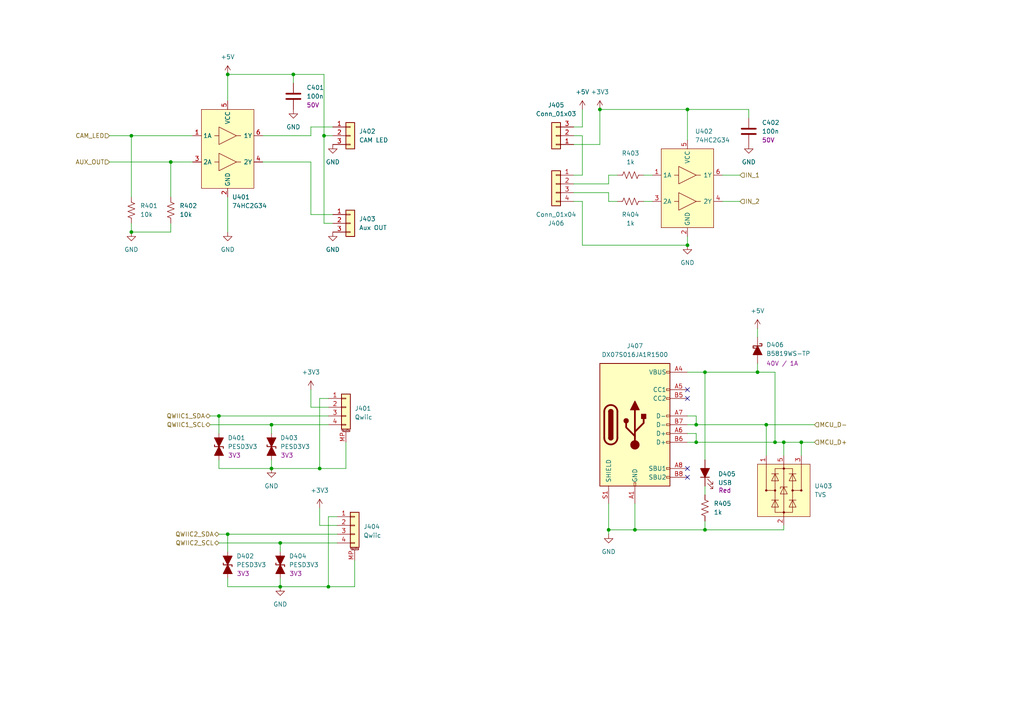
<source format=kicad_sch>
(kicad_sch (version 20230121) (generator eeschema)
  (paper "A4")
  (lib_symbols
    (symbol "Connector:USB_C_Receptacle_USB2.0" (pin_names (offset 1.016))
      (property "Reference" "J" (at -10.16 19.05 0))
      (property "Value" "USB_C_Receptacle_USB2.0" (at 19.05 19.05 0))
      (symbol "USB_C_Receptacle_USB2.0_0_0"
        (rectangle (start -0.254 -17.78) (end 0.254 -16.764))
        (rectangle (start 10.16 -14.986) (end 9.144 -15.494))
        (rectangle (start 10.16 -12.446) (end 9.144 -12.954))
        (rectangle (start 10.16 -4.826) (end 9.144 -5.334))
        (rectangle (start 10.16 -2.286) (end 9.144 -2.794))
        (rectangle (start 10.16 0.254) (end 9.144 -0.254))
        (rectangle (start 10.16 2.794) (end 9.144 2.286))
        (rectangle (start 10.16 7.874) (end 9.144 7.366))
        (rectangle (start 10.16 10.414) (end 9.144 9.906))
        (rectangle (start 10.16 15.494) (end 9.144 14.986))
      )
      (symbol "USB_C_Receptacle_USB2.0_0_1"
        (rectangle (start -10.16 17.78) (end 10.16 -17.78) (stroke (width 0.254)) (fill (type background)))
        (arc (start -8.89 -3.81) (mid -6.985 -5.7067) (end -5.08 -3.81) (stroke (width 0.508)))
        (arc (start -7.62 -3.81) (mid -6.985 -4.4423) (end -6.35 -3.81) (stroke (width 0.254)))
        (arc (start -7.62 -3.81) (mid -6.985 -4.4423) (end -6.35 -3.81) (stroke (width 0.254)) (fill (type outline)))
        (rectangle (start -7.62 -3.81) (end -6.35 3.81) (stroke (width 0.254)) (fill (type outline)))
        (arc (start -6.35 3.81) (mid -6.985 4.4423) (end -7.62 3.81) (stroke (width 0.254)))
        (arc (start -6.35 3.81) (mid -6.985 4.4423) (end -7.62 3.81) (stroke (width 0.254)) (fill (type outline)))
        (arc (start -5.08 3.81) (mid -6.985 5.7067) (end -8.89 3.81) (stroke (width 0.508)))
        (circle (center -2.54 1.143) (radius 0.635) (stroke (width 0.254)) (fill (type outline)))
        (circle (center 0 -5.842) (radius 1.27) (fill (type outline)))
        (polyline (pts (xy -8.89 -3.81) (xy -8.89 3.81)) (stroke (width 0.508)))
        (polyline (pts (xy -5.08 3.81) (xy -5.08 -3.81)) (stroke (width 0.508)))
        (polyline (pts (xy 0 -5.842) (xy 0 4.318)) (stroke (width 0.508)))
        (polyline (pts (xy 0 -3.302) (xy -2.54 -0.762) (xy -2.54 0.508)) (stroke (width 0.508)))
        (polyline (pts (xy 0 -2.032) (xy 2.54 0.508) (xy 2.54 1.778)) (stroke (width 0.508)))
        (polyline (pts (xy -1.27 4.318) (xy 0 6.858) (xy 1.27 4.318) (xy -1.27 4.318)) (stroke (width 0.254)) (fill (type outline)))
        (rectangle (start 1.905 1.778) (end 3.175 3.048) (stroke (width 0.254)) (fill (type outline)))
      )
      (symbol "USB_C_Receptacle_USB2.0_1_1"
        (pin passive line (at 0 -22.86 90) (length 5.08) (name "GND") (number "A1"))
        (pin passive line (at 0 -22.86 90) (length 5.08) hide (name "GND") (number "A12"))
        (pin passive line (at 15.24 15.24 180) (length 5.08) (name "VBUS") (number "A4"))
        (pin bidirectional line (at 15.24 10.16 180) (length 5.08) (name "CC1") (number "A5"))
        (pin bidirectional line (at 15.24 -2.54 180) (length 5.08) (name "D+") (number "A6"))
        (pin bidirectional line (at 15.24 2.54 180) (length 5.08) (name "D-") (number "A7"))
        (pin bidirectional line (at 15.24 -12.7 180) (length 5.08) (name "SBU1") (number "A8"))
        (pin passive line (at 15.24 15.24 180) (length 5.08) hide (name "VBUS") (number "A9"))
        (pin passive line (at 0 -22.86 90) (length 5.08) hide (name "GND") (number "B1"))
        (pin passive line (at 0 -22.86 90) (length 5.08) hide (name "GND") (number "B12"))
        (pin passive line (at 15.24 15.24 180) (length 5.08) hide (name "VBUS") (number "B4"))
        (pin bidirectional line (at 15.24 7.62 180) (length 5.08) (name "CC2") (number "B5"))
        (pin bidirectional line (at 15.24 -5.08 180) (length 5.08) (name "D+") (number "B6"))
        (pin bidirectional line (at 15.24 0 180) (length 5.08) (name "D-") (number "B7"))
        (pin bidirectional line (at 15.24 -15.24 180) (length 5.08) (name "SBU2") (number "B8"))
        (pin passive line (at 15.24 15.24 180) (length 5.08) hide (name "VBUS") (number "B9"))
        (pin passive line (at -7.62 -22.86 90) (length 5.08) (name "SHIELD") (number "S1"))
      )
    )
    (symbol "Connector_Generic:Conn_01x03" (pin_names (offset 1.016) hide)
      (property "Reference" "J" (at 0 5.08 0))
      (property "Value" "Conn_01x03" (at 0 -5.08 0))
      (symbol "Conn_01x03_1_1"
        (rectangle (start -1.27 -2.413) (end 0 -2.667) (stroke (width 0.1524)))
        (rectangle (start -1.27 0.127) (end 0 -0.127) (stroke (width 0.1524)))
        (rectangle (start -1.27 2.667) (end 0 2.413) (stroke (width 0.1524)))
        (rectangle (start -1.27 3.81) (end 1.27 -3.81) (stroke (width 0.254)) (fill (type background)))
        (pin passive line (at -5.08 2.54 0) (length 3.81) (name "Pin_1") (number "1"))
        (pin passive line (at -5.08 0 0) (length 3.81) (name "Pin_2") (number "2"))
        (pin passive line (at -5.08 -2.54 0) (length 3.81) (name "Pin_3") (number "3"))
      )
    )
    (symbol "Connector_Generic:Conn_01x04" (pin_names (offset 1.016) hide)
      (property "Reference" "J" (at 0 5.08 0))
      (property "Value" "Conn_01x04" (at 0 -7.62 0))
      (symbol "Conn_01x04_1_1"
        (rectangle (start -1.27 -4.953) (end 0 -5.207) (stroke (width 0.1524)))
        (rectangle (start -1.27 -2.413) (end 0 -2.667) (stroke (width 0.1524)))
        (rectangle (start -1.27 0.127) (end 0 -0.127) (stroke (width 0.1524)))
        (rectangle (start -1.27 2.667) (end 0 2.413) (stroke (width 0.1524)))
        (rectangle (start -1.27 3.81) (end 1.27 -6.35) (stroke (width 0.254)) (fill (type background)))
        (pin passive line (at -5.08 2.54 0) (length 3.81) (name "Pin_1") (number "1"))
        (pin passive line (at -5.08 0 0) (length 3.81) (name "Pin_2") (number "2"))
        (pin passive line (at -5.08 -2.54 0) (length 3.81) (name "Pin_3") (number "3"))
        (pin passive line (at -5.08 -5.08 0) (length 3.81) (name "Pin_4") (number "4"))
      )
    )
    (symbol "Connector_Generic_MountingPin:Conn_01x04_MountingPin" (pin_names (offset 1.016) hide)
      (property "Reference" "J" (at 0 5.08 0))
      (property "Value" "Conn_01x04_MountingPin" (at 1.27 -7.62 0))
      (symbol "Conn_01x04_MountingPin_1_1"
        (rectangle (start -1.27 -4.953) (end 0 -5.207) (stroke (width 0.1524)))
        (rectangle (start -1.27 -2.413) (end 0 -2.667) (stroke (width 0.1524)))
        (rectangle (start -1.27 0.127) (end 0 -0.127) (stroke (width 0.1524)))
        (rectangle (start -1.27 2.667) (end 0 2.413) (stroke (width 0.1524)))
        (rectangle (start -1.27 3.81) (end 1.27 -6.35) (stroke (width 0.254)) (fill (type background)))
        (polyline (pts (xy -1.016 -7.112) (xy 1.016 -7.112)) (stroke (width 0.1524)))
        (text "Mounting" (at 0 -6.731 0) (effects (font (size 0.381 0.381))))
        (pin passive line (at -5.08 2.54 0) (length 3.81) (name "Pin_1") (number "1"))
        (pin passive line (at -5.08 0 0) (length 3.81) (name "Pin_2") (number "2"))
        (pin passive line (at -5.08 -2.54 0) (length 3.81) (name "Pin_3") (number "3"))
        (pin passive line (at -5.08 -5.08 0) (length 3.81) (name "Pin_4") (number "4"))
        (pin passive line (at 0 -10.16 90) (length 3.048) (name "MountPin") (number "MP"))
      )
    )
    (symbol "Device:C" (pin_numbers hide) (pin_names (offset 0.254))
      (property "Reference" "C" (at 0.635 2.54 0))
      (property "Value" "C" (at 0.635 -2.54 0))
      (symbol "C_0_1"
        (polyline (pts (xy -2.032 -0.762) (xy 2.032 -0.762)) (stroke (width 0.508)))
        (polyline (pts (xy -2.032 0.762) (xy 2.032 0.762)) (stroke (width 0.508)))
      )
      (symbol "C_1_1"
        (pin passive line (at 0 3.81 270) (length 2.794) (name "~") (number "1"))
        (pin passive line (at 0 -3.81 90) (length 2.794) (name "~") (number "2"))
      )
    )
    (symbol "Device:D_Schottky_Filled" (pin_numbers hide) (pin_names (offset 1.016) hide)
      (property "Reference" "D" (at 0 2.54 0))
      (property "Value" "D_Schottky_Filled" (at 0 -2.54 0))
      (symbol "D_Schottky_Filled_0_1"
        (polyline (pts (xy 1.27 0) (xy -1.27 0)))
        (polyline (pts (xy 1.27 1.27) (xy 1.27 -1.27) (xy -1.27 0) (xy 1.27 1.27)) (stroke (width 0.254)) (fill (type outline)))
        (polyline (pts (xy -1.905 0.635) (xy -1.905 1.27) (xy -1.27 1.27) (xy -1.27 -1.27) (xy -0.635 -1.27) (xy -0.635 -0.635)) (stroke (width 0.254)))
      )
      (symbol "D_Schottky_Filled_1_1"
        (pin passive line (at -3.81 0 0) (length 2.54) (name "K") (number "1"))
        (pin passive line (at 3.81 0 180) (length 2.54) (name "A") (number "2"))
      )
    )
    (symbol "Device:D_TVS_Filled" (pin_numbers hide) (pin_names (offset 1.016) hide)
      (property "Reference" "D" (at 0 2.54 0))
      (property "Value" "D_TVS_Filled" (at 0 -2.54 0))
      (symbol "D_TVS_Filled_0_1"
        (polyline (pts (xy 1.27 0) (xy -1.27 0)))
        (polyline (pts (xy -2.54 -1.27) (xy 0 0) (xy -2.54 1.27) (xy -2.54 -1.27)) (stroke (width 0.254)) (fill (type outline)))
        (polyline (pts (xy 0.508 1.27) (xy 0 1.27) (xy 0 -1.27) (xy -0.508 -1.27)) (stroke (width 0.254)))
        (polyline (pts (xy 2.54 1.27) (xy 2.54 -1.27) (xy 0 0) (xy 2.54 1.27)) (stroke (width 0.254)) (fill (type outline)))
      )
      (symbol "D_TVS_Filled_1_1"
        (pin passive line (at -3.81 0 0) (length 2.54) (name "A1") (number "1"))
        (pin passive line (at 3.81 0 180) (length 2.54) (name "A2") (number "2"))
      )
    )
    (symbol "Device:LED_Filled" (pin_numbers hide) (pin_names (offset 1.016) hide)
      (property "Reference" "D" (at 0 2.54 0))
      (property "Value" "LED_Filled" (at 0 -2.54 0))
      (symbol "LED_Filled_0_1"
        (polyline (pts (xy -1.27 -1.27) (xy -1.27 1.27)) (stroke (width 0.254)))
        (polyline (pts (xy -1.27 0) (xy 1.27 0)))
        (polyline (pts (xy 1.27 -1.27) (xy 1.27 1.27) (xy -1.27 0) (xy 1.27 -1.27)) (stroke (width 0.254)) (fill (type outline)))
        (polyline (pts (xy -3.048 -0.762) (xy -4.572 -2.286) (xy -3.81 -2.286) (xy -4.572 -2.286) (xy -4.572 -1.524)))
        (polyline (pts (xy -1.778 -0.762) (xy -3.302 -2.286) (xy -2.54 -2.286) (xy -3.302 -2.286) (xy -3.302 -1.524)))
      )
      (symbol "LED_Filled_1_1"
        (pin passive line (at -3.81 0 0) (length 2.54) (name "K") (number "1"))
        (pin passive line (at 3.81 0 180) (length 2.54) (name "A") (number "2"))
      )
    )
    (symbol "Device:R_US" (pin_numbers hide) (pin_names (offset 0))
      (property "Reference" "R" (at 2.54 0 90))
      (property "Value" "R_US" (at -2.54 0 90))
      (symbol "R_US_0_1"
        (polyline (pts (xy 0 -2.286) (xy 0 -2.54)))
        (polyline (pts (xy 0 2.286) (xy 0 2.54)))
        (polyline (pts (xy 0 -0.762) (xy 1.016 -1.143) (xy 0 -1.524) (xy -1.016 -1.905) (xy 0 -2.286)))
        (polyline (pts (xy 0 0.762) (xy 1.016 0.381) (xy 0 0) (xy -1.016 -0.381) (xy 0 -0.762)))
        (polyline (pts (xy 0 2.286) (xy 1.016 1.905) (xy 0 1.524) (xy -1.016 1.143) (xy 0 0.762)))
      )
      (symbol "R_US_1_1"
        (pin passive line (at 0 3.81 270) (length 1.27) (name "~") (number "1"))
        (pin passive line (at 0 -3.81 90) (length 1.27) (name "~") (number "2"))
      )
    )
    (symbol "Droid:74HC2G34"
      (property "Reference" "U" (at 2.54 -12.7 0))
      (property "Value" "74HC2G34" (at 2.54 -15.24 0))
      (symbol "74HC2G34_0_0"
        (pin input line (at -10.16 3.81 0) (length 2.54) (name "1A") (number "1"))
        (pin power_in line (at 0 -13.97 90) (length 2.54) (name "GND") (number "2"))
        (pin input line (at -10.16 -3.81 0) (length 2.54) (name "2A") (number "3"))
        (pin output line (at 10.16 -3.81 180) (length 2.54) (name "2Y") (number "4"))
        (pin power_in line (at 0 13.97 270) (length 2.54) (name "VCC") (number "5"))
        (pin output line (at 10.16 3.81 180) (length 2.54) (name "1Y") (number "6"))
      )
      (symbol "74HC2G34_0_1"
        (rectangle (start -7.62 11.43) (end 7.62 -11.43) (fill (type background)))
        (polyline (pts (xy -2.54 -3.81) (xy -3.81 -3.81)))
        (polyline (pts (xy -2.54 3.81) (xy -3.81 3.81)))
        (polyline (pts (xy 2.54 -3.81) (xy 3.81 -3.81)))
        (polyline (pts (xy 2.54 3.81) (xy 3.81 3.81)))
        (polyline (pts (xy -2.54 -5.08) (xy -2.54 -1.27) (xy 2.54 -3.81) (xy -2.54 -6.35) (xy -2.54 -5.08)))
        (polyline (pts (xy -2.54 2.54) (xy -2.54 6.35) (xy 2.54 3.81) (xy -2.54 1.27) (xy -2.54 2.54)))
      )
    )
    (symbol "Droid:TVS" (pin_names hide)
      (property "Reference" "U" (at 8.89 1.27 0))
      (property "Value" "TVS" (at 8.89 -1.27 0))
      (symbol "TVS_0_1"
        (circle (center -5.08 0) (radius 0.254) (fill (type outline)))
        (circle (center -2.5303 -0.017) (radius 0.254) (fill (type outline)))
        (rectangle (start -2.5303 6.333) (end 2.5497 -6.367))
        (polyline (pts (xy -1.5143 -2.811) (xy -3.5463 -2.811)))
        (polyline (pts (xy -1.5143 4.809) (xy -3.5463 4.809)))
        (polyline (pts (xy 0 -7.62) (xy 0 -6.35)))
        (polyline (pts (xy 0 6.35) (xy 0 7.62)))
        (polyline (pts (xy 0.0097 -6.367) (xy 0.0097 1.253)))
        (polyline (pts (xy 0.0097 1.253) (xy 0.0097 6.333)))
        (polyline (pts (xy 1.5337 -2.811) (xy 3.5657 -2.811)))
        (polyline (pts (xy 1.5337 4.809) (xy 3.5657 4.809)))
        (polyline (pts (xy -2.54 0) (xy -5.08 0) (xy -5.08 7.62)))
        (polyline (pts (xy 2.54 0) (xy 5.08 0) (xy 5.08 7.62)))
        (polyline (pts (xy -3.5463 -4.843) (xy -1.5143 -4.843) (xy -2.5303 -2.811) (xy -3.5463 -4.843)))
        (polyline (pts (xy -3.5463 2.777) (xy -1.5143 2.777) (xy -2.5303 4.809) (xy -3.5463 2.777)))
        (polyline (pts (xy -1.0063 -1.033) (xy 1.0257 -1.033) (xy 0.0097 0.999) (xy -1.0063 -1.033)))
        (polyline (pts (xy 1.0257 0.999) (xy 0.7717 0.999) (xy -1.0063 0.999) (xy -1.0063 0.491)))
        (polyline (pts (xy 3.5657 -4.843) (xy 1.5337 -4.843) (xy 2.5497 -2.811) (xy 3.5657 -4.843)))
        (polyline (pts (xy 3.5657 2.777) (xy 1.5337 2.777) (xy 2.5497 4.809) (xy 3.5657 2.777)))
        (circle (center 0.0097 -6.367) (radius 0.254) (fill (type outline)))
        (circle (center 0.0097 6.333) (radius 0.254) (fill (type outline)))
        (circle (center 2.5497 -0.017) (radius 0.254) (fill (type outline)))
        (circle (center 5.08 0) (radius 0.254) (fill (type outline)))
      )
      (symbol "TVS_1_1"
        (rectangle (start -7.62 7.62) (end 7.62 -7.62) (fill (type background)))
        (pin passive line (at -5.08 10.16 270) (length 2.54) (name "D-") (number "1"))
        (pin passive line (at 0 -10.16 90) (length 2.54) (name "GND") (number "2"))
        (pin passive line (at 5.08 10.16 270) (length 2.54) (name "D+") (number "3"))
        (pin passive line (at 5.08 10.16 270) (length 2.54) hide (name "D+") (number "4"))
        (pin passive line (at 0 10.16 270) (length 2.54) (name "VBUS") (number "5"))
        (pin passive line (at -5.08 10.16 270) (length 2.54) hide (name "D-") (number "6"))
      )
    )
    (symbol "power:+3V3" (power) (pin_names (offset 0))
      (property "Value" "+3V3" (at 0 3.556 0))
      (symbol "+3V3_0_1"
        (polyline (pts (xy -0.762 1.27) (xy 0 2.54)))
        (polyline (pts (xy 0 0) (xy 0 2.54)))
        (polyline (pts (xy 0 2.54) (xy 0.762 1.27)))
      )
      (symbol "+3V3_1_1"
        (pin power_in line (at 0 0 90) (length 0) hide (name "+3V3") (number "1"))
      )
    )
    (symbol "power:+5V" (power) (pin_names (offset 0))
      (property "Value" "+5V" (at 0 3.556 0))
      (symbol "+5V_0_1"
        (polyline (pts (xy -0.762 1.27) (xy 0 2.54)))
        (polyline (pts (xy 0 0) (xy 0 2.54)))
        (polyline (pts (xy 0 2.54) (xy 0.762 1.27)))
      )
      (symbol "+5V_1_1"
        (pin power_in line (at 0 0 90) (length 0) hide (name "+5V") (number "1"))
      )
    )
    (symbol "power:GND" (power) (pin_names (offset 0))
      (property "Value" "GND" (at 0 -3.81 0))
      (symbol "GND_0_1"
        (polyline (pts (xy 0 0) (xy 0 -1.27) (xy 1.27 -1.27) (xy 0 -2.54) (xy -1.27 -1.27) (xy 0 -1.27)))
      )
      (symbol "GND_1_1"
        (pin power_in line (at 0 0 270) (length 0) hide (name "GND") (number "1"))
      )
    )
  )
  (junction (at 92.71 135.89))
  (junction (at 63.5 120.65))
  (junction (at 81.28 157.48))
  (junction (at 204.47 107.95))
  (junction (at 66.04 154.94))
  (junction (at 232.41 128.27))
  (junction (at 222.25 123.19))
  (junction (at 199.39 71.12))
  (junction (at 219.71 107.95))
  (junction (at 199.39 31.75))
  (junction (at 81.28 170.18))
  (junction (at 85.09 21.59))
  (junction (at 49.53 46.99))
  (junction (at 78.74 123.19))
  (junction (at 176.53 153.67))
  (junction (at 66.04 21.59))
  (junction (at 93.98 39.37))
  (junction (at 173.99 31.75))
  (junction (at 184.15 153.67))
  (junction (at 95.25 170.18))
  (junction (at 227.33 128.27))
  (junction (at 78.74 135.89))
  (junction (at 201.93 128.27))
  (junction (at 38.1 67.31))
  (junction (at 204.47 153.67))
  (junction (at 201.93 123.19))
  (junction (at 224.79 128.27))
  (junction (at 38.1 39.37))
  (no_connect (at 199.39 138.43))
  (no_connect (at 199.39 113.03))
  (no_connect (at 199.39 135.89))
  (no_connect (at 199.39 115.57))
  (wire (pts (xy 232.41 128.27) (xy 236.22 128.27)))
  (wire (pts (xy 168.91 58.42) (xy 168.91 71.12)))
  (wire (pts (xy 201.93 123.19) (xy 222.25 123.19)))
  (wire (pts (xy 168.91 71.12) (xy 199.39 71.12)))
  (wire (pts (xy 199.39 68.58) (xy 199.39 71.12)))
  (wire (pts (xy 49.53 67.31) (xy 38.1 67.31)))
  (wire (pts (xy 49.53 46.99) (xy 49.53 57.15)))
  (wire (pts (xy 92.71 147.32) (xy 92.71 152.4)))
  (wire (pts (xy 38.1 39.37) (xy 55.88 39.37)))
  (wire (pts (xy 199.39 107.95) (xy 204.47 107.95)))
  (wire (pts (xy 81.28 157.48) (xy 81.28 160.02)))
  (wire (pts (xy 95.25 123.19) (xy 78.74 123.19)))
  (wire (pts (xy 63.5 135.89) (xy 78.74 135.89)))
  (wire (pts (xy 168.91 39.37) (xy 168.91 50.8)))
  (wire (pts (xy 90.17 36.83) (xy 96.52 36.83)))
  (wire (pts (xy 38.1 64.77) (xy 38.1 67.31)))
  (wire (pts (xy 166.37 41.91) (xy 173.99 41.91)))
  (wire (pts (xy 232.41 128.27) (xy 232.41 132.08)))
  (wire (pts (xy 100.33 128.27) (xy 100.33 135.89)))
  (wire (pts (xy 224.79 107.95) (xy 224.79 128.27)))
  (wire (pts (xy 166.37 36.83) (xy 168.91 36.83)))
  (wire (pts (xy 93.98 39.37) (xy 93.98 21.59)))
  (wire (pts (xy 186.69 50.8) (xy 189.23 50.8)))
  (wire (pts (xy 166.37 50.8) (xy 168.91 50.8)))
  (wire (pts (xy 209.55 58.42) (xy 214.63 58.42)))
  (wire (pts (xy 92.71 115.57) (xy 92.71 135.89)))
  (wire (pts (xy 199.39 125.73) (xy 201.93 125.73)))
  (wire (pts (xy 201.93 125.73) (xy 201.93 128.27)))
  (wire (pts (xy 204.47 107.95) (xy 204.47 133.35)))
  (wire (pts (xy 201.93 128.27) (xy 224.79 128.27)))
  (wire (pts (xy 66.04 167.64) (xy 66.04 170.18)))
  (wire (pts (xy 78.74 123.19) (xy 78.74 125.73)))
  (wire (pts (xy 168.91 31.75) (xy 168.91 36.83)))
  (wire (pts (xy 227.33 128.27) (xy 232.41 128.27)))
  (wire (pts (xy 90.17 46.99) (xy 76.2 46.99)))
  (wire (pts (xy 100.33 135.89) (xy 92.71 135.89)))
  (wire (pts (xy 176.53 58.42) (xy 176.53 55.88)))
  (wire (pts (xy 166.37 58.42) (xy 168.91 58.42)))
  (wire (pts (xy 199.39 120.65) (xy 201.93 120.65)))
  (wire (pts (xy 66.04 21.59) (xy 66.04 29.21)))
  (wire (pts (xy 219.71 105.41) (xy 219.71 107.95)))
  (wire (pts (xy 90.17 113.03) (xy 90.17 118.11)))
  (wire (pts (xy 227.33 153.67) (xy 204.47 153.67)))
  (wire (pts (xy 204.47 153.67) (xy 184.15 153.67)))
  (wire (pts (xy 81.28 170.18) (xy 95.25 170.18)))
  (wire (pts (xy 199.39 31.75) (xy 199.39 40.64)))
  (wire (pts (xy 173.99 31.75) (xy 199.39 31.75)))
  (wire (pts (xy 97.79 157.48) (xy 81.28 157.48)))
  (wire (pts (xy 176.53 50.8) (xy 179.07 50.8)))
  (wire (pts (xy 166.37 39.37) (xy 168.91 39.37)))
  (wire (pts (xy 66.04 21.59) (xy 85.09 21.59)))
  (wire (pts (xy 63.5 157.48) (xy 81.28 157.48)))
  (wire (pts (xy 209.55 50.8) (xy 214.63 50.8)))
  (wire (pts (xy 90.17 39.37) (xy 90.17 36.83)))
  (wire (pts (xy 97.79 154.94) (xy 66.04 154.94)))
  (wire (pts (xy 224.79 107.95) (xy 219.71 107.95)))
  (wire (pts (xy 85.09 21.59) (xy 85.09 24.13)))
  (wire (pts (xy 66.04 57.15) (xy 66.04 67.31)))
  (wire (pts (xy 96.52 39.37) (xy 93.98 39.37)))
  (wire (pts (xy 222.25 123.19) (xy 236.22 123.19)))
  (wire (pts (xy 60.96 123.19) (xy 78.74 123.19)))
  (wire (pts (xy 186.69 58.42) (xy 189.23 58.42)))
  (wire (pts (xy 96.52 64.77) (xy 93.98 64.77)))
  (wire (pts (xy 60.96 120.65) (xy 63.5 120.65)))
  (wire (pts (xy 49.53 46.99) (xy 55.88 46.99)))
  (wire (pts (xy 78.74 135.89) (xy 92.71 135.89)))
  (wire (pts (xy 204.47 107.95) (xy 219.71 107.95)))
  (wire (pts (xy 222.25 123.19) (xy 222.25 132.08)))
  (wire (pts (xy 204.47 140.97) (xy 204.47 143.51)))
  (wire (pts (xy 66.04 170.18) (xy 81.28 170.18)))
  (wire (pts (xy 63.5 120.65) (xy 63.5 125.73)))
  (wire (pts (xy 102.87 170.18) (xy 95.25 170.18)))
  (wire (pts (xy 31.75 39.37) (xy 38.1 39.37)))
  (wire (pts (xy 184.15 153.67) (xy 176.53 153.67)))
  (wire (pts (xy 201.93 120.65) (xy 201.93 123.19)))
  (wire (pts (xy 184.15 146.05) (xy 184.15 153.67)))
  (wire (pts (xy 227.33 128.27) (xy 224.79 128.27)))
  (wire (pts (xy 63.5 154.94) (xy 66.04 154.94)))
  (wire (pts (xy 102.87 162.56) (xy 102.87 170.18)))
  (wire (pts (xy 66.04 154.94) (xy 66.04 160.02)))
  (wire (pts (xy 90.17 62.23) (xy 90.17 46.99)))
  (wire (pts (xy 93.98 21.59) (xy 85.09 21.59)))
  (wire (pts (xy 49.53 64.77) (xy 49.53 67.31)))
  (wire (pts (xy 78.74 133.35) (xy 78.74 135.89)))
  (wire (pts (xy 166.37 53.34) (xy 176.53 53.34)))
  (wire (pts (xy 95.25 120.65) (xy 63.5 120.65)))
  (wire (pts (xy 95.25 149.86) (xy 95.25 170.18)))
  (wire (pts (xy 204.47 151.13) (xy 204.47 153.67)))
  (wire (pts (xy 219.71 95.25) (xy 219.71 97.79)))
  (wire (pts (xy 176.53 146.05) (xy 176.53 153.67)))
  (wire (pts (xy 166.37 55.88) (xy 176.53 55.88)))
  (wire (pts (xy 227.33 128.27) (xy 227.33 132.08)))
  (wire (pts (xy 199.39 123.19) (xy 201.93 123.19)))
  (wire (pts (xy 93.98 39.37) (xy 93.98 64.77)))
  (wire (pts (xy 97.79 149.86) (xy 95.25 149.86)))
  (wire (pts (xy 227.33 152.4) (xy 227.33 153.67)))
  (wire (pts (xy 95.25 115.57) (xy 92.71 115.57)))
  (wire (pts (xy 199.39 128.27) (xy 201.93 128.27)))
  (wire (pts (xy 217.17 31.75) (xy 217.17 34.29)))
  (wire (pts (xy 97.79 152.4) (xy 92.71 152.4)))
  (wire (pts (xy 179.07 58.42) (xy 176.53 58.42)))
  (wire (pts (xy 176.53 154.94) (xy 176.53 153.67)))
  (wire (pts (xy 31.75 46.99) (xy 49.53 46.99)))
  (wire (pts (xy 76.2 39.37) (xy 90.17 39.37)))
  (wire (pts (xy 63.5 133.35) (xy 63.5 135.89)))
  (wire (pts (xy 176.53 53.34) (xy 176.53 50.8)))
  (wire (pts (xy 81.28 167.64) (xy 81.28 170.18)))
  (wire (pts (xy 96.52 62.23) (xy 90.17 62.23)))
  (wire (pts (xy 173.99 31.75) (xy 173.99 41.91)))
  (wire (pts (xy 38.1 39.37) (xy 38.1 57.15)))
  (wire (pts (xy 217.17 31.75) (xy 199.39 31.75)))
  (wire (pts (xy 95.25 118.11) (xy 90.17 118.11)))
  (hierarchical_label "QWIIC2_SDA" (shape bidirectional) (at 63.5 154.94 180))
  (hierarchical_label "CAM_LED" (shape input) (at 31.75 39.37 180))
  (hierarchical_label "QWIIC2_SCL" (shape bidirectional) (at 63.5 157.48 180))
  (hierarchical_label "MCU_D+" (shape input) (at 236.22 128.27 0))
  (hierarchical_label "MCU_D-" (shape input) (at 236.22 123.19 0))
  (hierarchical_label "IN_1" (shape input) (at 214.63 50.8 0))
  (hierarchical_label "AUX_OUT" (shape input) (at 31.75 46.99 180))
  (hierarchical_label "QWIIC1_SCL" (shape bidirectional) (at 60.96 123.19 180))
  (hierarchical_label "QWIIC1_SDA" (shape bidirectional) (at 60.96 120.65 180))
  (hierarchical_label "IN_2" (shape input) (at 214.63 58.42 0))
  (symbol (lib_id "power:GND") (at 176.53 154.94 0) (unit 1)
    (property "Reference" "#PWR0411" (effects hide))
    (property "Value" "GND" (at 176.53 160.02 0))
  )
  (symbol (lib_id "Connector_Generic:Conn_01x04") (at 161.29 53.34 0) (mirror y) (unit 1)
    (property "Reference" "J406" (at 161.29 64.77 0))
    (property "Value" "Conn_01x04" (at 161.29 62.23 0))
    (property "Footprint" "Droid:JST_XH_B4B-XH-AM_1x04_P2.50mm_Vertical" (effects hide))
    (property "mpn" "B4B-XH-AM" (effects hide))
  )
  (symbol (lib_id "power:+3V3") (at 90.17 113.03 0) (unit 1)
    (property "Reference" "#PWR0405" (effects hide))
    (property "Value" "+3V3" (at 90.17 107.95 0))
  )
  (symbol (lib_id "Connector_Generic:Conn_01x03") (at 101.6 39.37 0) (unit 1)
    (property "Reference" "J402" (at 104.14 38.1 0) (effects (justify left)))
    (property "Value" "CAM LED" (at 104.14 40.64 0) (effects (justify left)))
    (property "Footprint" "Droid:JST_X_B3B-XH-AM_1x03_P2.50mm_Vertical" (effects hide))
    (property "mpn" "B3B-XH-AM" (effects hide))
  )
  (symbol (lib_id "Device:D_Schottky_Filled") (at 219.71 101.6 270) (unit 1)
    (property "Reference" "D406" (at 222.25 100.0125 90) (effects (justify left)))
    (property "Value" "B5819WS-TP" (at 222.25 102.5525 90) (effects (justify left)))
    (property "Footprint" "Droid:D_SOD-323" (effects hide))
    (property "Datasheet" "https://www.mccsemi.com/pdf/Products/B5817WS-B5819WS(SOD-323).PDF" (effects hide))
    (property "mpn" "B5819WS-TP" (effects hide))
    (property "Rating" "40V / 1A" (at 222.25 105.41 90) (effects (justify left)))
  )
  (symbol (lib_id "power:GND") (at 96.52 41.91 0) (unit 1)
    (property "Reference" "#PWR0407" (effects hide))
    (property "Value" "GND" (at 96.52 46.99 0))
  )
  (symbol (lib_id "power:GND") (at 199.39 71.12 0) (unit 1)
    (property "Reference" "#PWR0412" (effects hide))
    (property "Value" "GND" (at 199.39 76.2 0))
  )
  (symbol (lib_id "Connector_Generic_MountingPin:Conn_01x04_MountingPin") (at 102.87 152.4 0) (unit 1)
    (property "Reference" "J404" (at 105.41 152.7556 0) (effects (justify left)))
    (property "Value" "Qwiic" (at 105.41 155.2956 0) (effects (justify left)))
    (property "Footprint" "Droid:JST_SH_SM04B-SRSS" (effects hide))
    (property "mpn" "SM04B-SRSS-TB" (effects hide))
  )
  (symbol (lib_id "power:GND") (at 38.1 67.31 0) (unit 1)
    (property "Reference" "#PWR0401" (effects hide))
    (property "Value" "GND" (at 38.1 72.39 0))
  )
  (symbol (lib_id "Droid:TVS") (at 227.33 142.24 0) (unit 1)
    (property "Reference" "U403" (at 236.22 140.97 0) (effects (justify left)))
    (property "Value" "TVS" (at 236.22 143.51 0) (effects (justify left)))
    (property "Footprint" "Package_TO_SOT_SMD:SOT-23-6" (effects hide))
    (property "Datasheet" "https://www.st.com/resource/en/datasheet/usblc6-2.pdf" (effects hide))
    (property "mpn" "SRL05-TP" (effects hide))
  )
  (symbol (lib_id "Connector_Generic_MountingPin:Conn_01x04_MountingPin") (at 100.33 118.11 0) (unit 1)
    (property "Reference" "J401" (at 102.87 118.4656 0) (effects (justify left)))
    (property "Value" "Qwiic" (at 102.87 121.0056 0) (effects (justify left)))
    (property "Footprint" "Droid:JST_SH_SM04B-SRSS" (effects hide))
    (property "Datasheet" "https://www.jst-mfg.com/product/pdf/eng/eSH.pdf" (effects hide))
    (property "mpn" "SM04B-SRSS-TB" (effects hide))
  )
  (symbol (lib_id "power:+3V3") (at 173.99 31.75 0) (unit 1)
    (property "Reference" "#PWR0410" (effects hide))
    (property "Value" "+3V3" (at 173.99 26.67 0))
  )
  (symbol (lib_id "Device:D_TVS_Filled") (at 81.28 163.83 90) (unit 1)
    (property "Reference" "D404" (at 83.82 161.29 90) (effects (justify right)))
    (property "Value" "PESD3V3" (at 83.82 163.83 90) (effects (justify right)))
    (property "Footprint" "Droid:D_SOD-323" (effects hide))
    (property "mpn" "PESD3V3L1BA,115" (effects hide))
    (property "Rating" "3V3" (at 87.63 166.37 90) (effects (justify left)))
  )
  (symbol (lib_id "power:+5V") (at 168.91 31.75 0) (unit 1)
    (property "Reference" "#PWR0409" (effects hide))
    (property "Value" "+5V" (at 168.91 26.67 0))
  )
  (symbol (lib_id "power:GND") (at 81.28 170.18 0) (unit 1)
    (property "Reference" "#PWR01" (effects hide))
    (property "Value" "GND" (at 81.28 175.26 0))
  )
  (symbol (lib_id "Device:C") (at 85.09 27.94 0) (unit 1)
    (property "Reference" "C401" (at 88.9 25.4 0) (effects (justify left)))
    (property "Value" "100n" (at 88.9 27.94 0) (effects (justify left)))
    (property "Footprint" "Droid:C_0603_HandSolder" (effects hide))
    (property "mpn" "CL10B104KB8NNNC" (effects hide))
    (property "Rating" "50V" (at 88.9 30.48 0) (effects (justify left)))
  )
  (symbol (lib_id "Device:LED_Filled") (at 204.47 137.16 90) (unit 1)
    (property "Reference" "D405" (at 208.28 137.4775 90) (effects (justify right)))
    (property "Value" "USB" (at 208.28 140.0175 90) (effects (justify right)))
    (property "Footprint" "Droid:LED_0805_LiteOn" (effects hide))
    (property "mpn" "APT2012EC" (effects hide))
    (property "Rating" "Red" (at 212.09 142.24 90) (effects (justify left)))
  )
  (symbol (lib_id "power:GND") (at 66.04 67.31 0) (unit 1)
    (property "Reference" "#PWR0403" (effects hide))
    (property "Value" "GND" (at 66.04 72.39 0))
  )
  (symbol (lib_id "power:GND") (at 217.17 41.91 0) (unit 1)
    (property "Reference" "#PWR0413" (effects hide))
    (property "Value" "GND" (at 217.17 46.99 0))
  )
  (symbol (lib_id "power:GND") (at 96.52 67.31 0) (unit 1)
    (property "Reference" "#PWR0408" (effects hide))
    (property "Value" "GND" (at 96.52 72.39 0))
  )
  (symbol (lib_id "Device:R_US") (at 182.88 58.42 90) (unit 1)
    (property "Reference" "R404" (at 182.88 62.23 90))
    (property "Value" "1k" (at 182.88 64.77 90))
    (property "Footprint" "Droid:R_0603_HandSolder" (effects hide))
    (property "mpn" "RMCF0603JT1K00" (effects hide))
    (property "Rating" "100mw" (effects hide))
  )
  (symbol (lib_id "power:+3V3") (at 92.71 147.32 0) (unit 1)
    (property "Reference" "#PWR0406" (effects hide))
    (property "Value" "+3V3" (at 92.71 142.24 0))
  )
  (symbol (lib_id "power:+5V") (at 219.71 95.25 0) (unit 1)
    (property "Reference" "#PWR0414" (effects hide))
    (property "Value" "+5V" (at 219.71 90.17 0))
  )
  (symbol (lib_id "Device:D_TVS_Filled") (at 66.04 163.83 90) (unit 1)
    (property "Reference" "D402" (at 68.58 161.29 90) (effects (justify right)))
    (property "Value" "PESD3V3" (at 68.58 163.83 90) (effects (justify right)))
    (property "Footprint" "Droid:D_SOD-323" (effects hide))
    (property "mpn" "PESD3V3L1BA,115" (effects hide))
    (property "Rating" "3V3" (at 72.39 166.37 90) (effects (justify left)))
  )
  (symbol (lib_id "Connector:USB_C_Receptacle_USB2.0") (at 184.15 123.19 0) (unit 1)
    (property "Reference" "J407" (at 184.15 100.33 0))
    (property "Value" "DX07S016JA1R1500" (at 184.15 102.87 0))
    (property "Footprint" "Connector_USB:USB_C_Receptacle_JAE_DX07S016JA1R1500" (effects hide))
    (property "Datasheet" "https://www.jae.com/direct/topics/topics_file_download/?topics_id=66500&ext_no=04&_lang=en&v=2019072610033121856109" (effects hide))
    (property "mpn" "DX07S016JA1R1500" (effects hide))
  )
  (symbol (lib_id "Device:R_US") (at 38.1 60.96 180) (unit 1)
    (property "Reference" "R401" (at 40.64 59.69 0) (effects (justify right)))
    (property "Value" "10k" (at 40.64 62.23 0) (effects (justify right)))
    (property "Footprint" "Droid:R_0603_HandSolder" (effects hide))
    (property "mpn" "RMCF0603FT10K0" (effects hide))
    (property "Rating" "100mw" (effects hide))
  )
  (symbol (lib_id "Device:R_US") (at 204.47 147.32 0) (unit 1)
    (property "Reference" "R405" (at 207.01 146.05 0) (effects (justify left)))
    (property "Value" "1k" (at 207.01 148.59 0) (effects (justify left)))
    (property "Footprint" "Droid:R_0603_HandSolder" (effects hide))
    (property "Rating" "100mw" (effects hide))
    (property "mpn" "RMCF0603JT1K00" (effects hide))
  )
  (symbol (lib_id "Connector_Generic:Conn_01x03") (at 161.29 39.37 180) (unit 1)
    (property "Reference" "J405" (at 161.29 30.48 0))
    (property "Value" "Conn_01x03" (at 161.29 33.02 0))
    (property "Footprint" "Connector_PinHeader_2.54mm:PinHeader_1x03_P2.54mm_Vertical" (effects hide))
  )
  (symbol (lib_id "Device:R_US") (at 49.53 60.96 180) (unit 1)
    (property "Reference" "R402" (at 52.07 59.69 0) (effects (justify right)))
    (property "Value" "10k" (at 52.07 62.23 0) (effects (justify right)))
    (property "Footprint" "Droid:R_0603_HandSolder" (effects hide))
    (property "mpn" "RMCF0603FT10K0" (effects hide))
    (property "Rating" "100mw" (effects hide))
  )
  (symbol (lib_id "Connector_Generic:Conn_01x03") (at 101.6 64.77 0) (unit 1)
    (property "Reference" "J403" (at 104.14 63.5 0) (effects (justify left)))
    (property "Value" "Aux OUT" (at 104.14 66.04 0) (effects (justify left)))
    (property "Footprint" "Droid:JST_X_B3B-XH-AM_1x03_P2.50mm_Vertical" (effects hide))
    (property "mpn" "B3B-XH-AM" (effects hide))
  )
  (symbol (lib_id "Device:C") (at 217.17 38.1 0) (unit 1)
    (property "Reference" "C402" (at 220.98 35.56 0) (effects (justify left)))
    (property "Value" "100n" (at 220.98 38.1 0) (effects (justify left)))
    (property "Footprint" "Droid:C_0603_HandSolder" (effects hide))
    (property "mpn" "CL10B104KB8NNNC" (effects hide))
    (property "Rating" "50V" (at 220.98 40.64 0) (effects (justify left)))
  )
  (symbol (lib_id "Device:R_US") (at 182.88 50.8 90) (unit 1)
    (property "Reference" "R403" (at 182.88 44.45 90))
    (property "Value" "1k" (at 182.88 46.99 90))
    (property "Footprint" "Droid:R_0603_HandSolder" (effects hide))
    (property "mpn" "RMCF0603JT1K00" (effects hide))
    (property "Rating" "100mw" (effects hide))
  )
  (symbol (lib_id "Droid:74HC2G34") (at 66.04 43.18 0) (unit 1)
    (property "Reference" "U401" (at 67.31 57.15 0) (effects (justify left)))
    (property "Value" "74HC2G34" (at 67.31 59.69 0) (effects (justify left)))
    (property "Footprint" "Package_TO_SOT_SMD:SOT-363_SC-70-6" (effects hide))
    (property "Datasheet" "https://assets.nexperia.com/documents/data-sheet/74HC_HCT2G34.pdf" (effects hide))
    (property "mpn" "74HC2G34GW,125" (effects hide))
  )
  (symbol (lib_id "Droid:74HC2G34") (at 199.39 54.61 0) (unit 1)
    (property "Reference" "U402" (at 201.5841 38.1 0) (effects (justify left)))
    (property "Value" "74HC2G34" (at 201.5841 40.64 0) (effects (justify left)))
    (property "Footprint" "Package_TO_SOT_SMD:SOT-363_SC-70-6" (effects hide))
    (property "Datasheet" "https://assets.nexperia.com/documents/data-sheet/74HC_HCT2G34.pdf" (effects hide))
    (property "mpn" "74HC2G34GW,125" (effects hide))
  )
  (symbol (lib_id "Device:D_TVS_Filled") (at 78.74 129.54 90) (unit 1)
    (property "Reference" "D403" (at 81.28 127 90) (effects (justify right)))
    (property "Value" "PESD3V3" (at 81.28 129.54 90) (effects (justify right)))
    (property "Footprint" "Droid:D_SOD-323" (effects hide))
    (property "mpn" "PESD3V3L1BA,115" (effects hide))
    (property "Rating" "3V3" (at 85.09 132.08 90) (effects (justify left)))
  )
  (symbol (lib_id "power:+5V") (at 66.04 21.59 0) (unit 1)
    (property "Reference" "#PWR0402" (effects hide))
    (property "Value" "+5V" (at 66.04 16.51 0))
  )
  (symbol (lib_id "power:GND") (at 85.09 31.75 0) (unit 1)
    (property "Reference" "#PWR0404" (effects hide))
    (property "Value" "GND" (at 85.09 36.83 0))
  )
  (symbol (lib_id "power:GND") (at 78.74 135.89 0) (unit 1)
    (property "Reference" "#PWR02" (effects hide))
    (property "Value" "GND" (at 78.74 140.97 0))
  )
  (symbol (lib_id "Device:D_TVS_Filled") (at 63.5 129.54 90) (unit 1)
    (property "Reference" "D401" (at 66.04 127 90) (effects (justify right)))
    (property "Value" "PESD3V3" (at 66.04 129.54 90) (effects (justify right)))
    (property "Footprint" "Droid:D_SOD-323" (effects hide))
    (property "mpn" "PESD3V3L1BA,115" (effects hide))
    (property "Rating" "3V3" (at 69.85 132.08 90) (effects (justify left)))
  )
)
</source>
